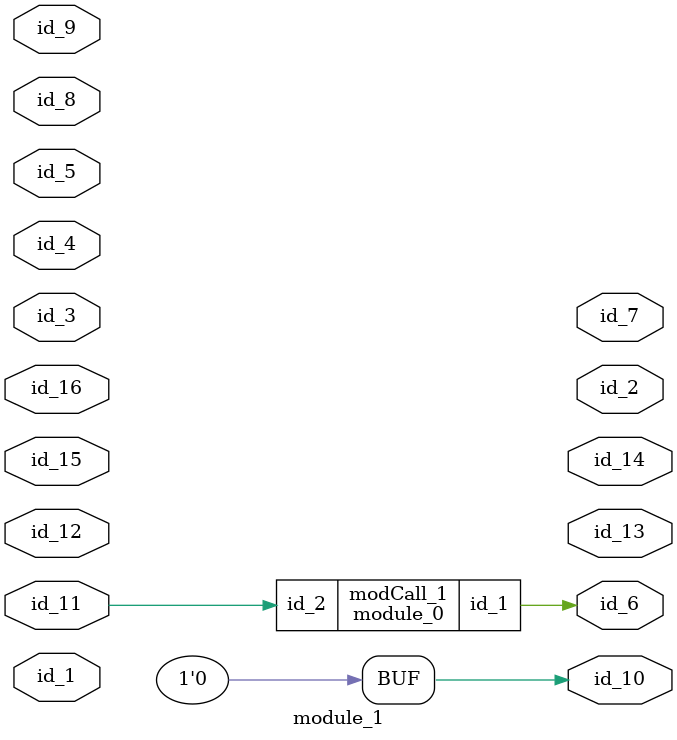
<source format=v>
module module_0 (
    id_1,
    id_2
);
  input wire id_2;
  output wire id_1;
endmodule
module module_1 (
    id_1,
    id_2,
    id_3,
    id_4,
    id_5,
    id_6,
    id_7,
    id_8,
    id_9,
    id_10,
    id_11,
    id_12,
    id_13,
    id_14,
    id_15,
    id_16
);
  input wire id_16;
  input wire id_15;
  output wire id_14;
  output wire id_13;
  input wire id_12;
  input wire id_11;
  output wire id_10;
  input wire id_9;
  input wire id_8;
  output wire id_7;
  output wire id_6;
  input wire id_5;
  input wire id_4;
  input wire id_3;
  output wire id_2;
  inout wire id_1;
  assign id_7[-1] = -1;
  module_0 modCall_1 (
      id_6,
      id_11
  );
  assign id_10 = -1'd0;
endmodule

</source>
